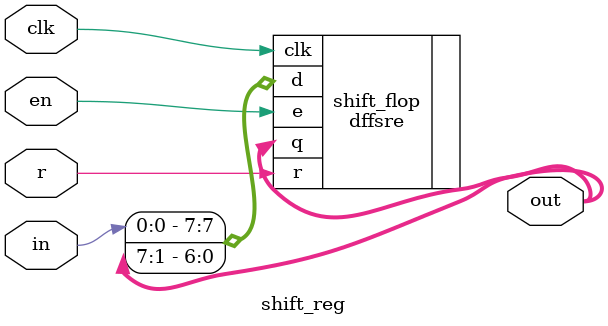
<source format=sv>
module shift_reg #(
	parameter WIDTH = 8
)
(
	input clk, en, r,
	input in,
	output [WIDTH-1:0] out
);

	dffsre #(WIDTH) shift_flop (
		.clk(clk),
		.e(en),
		.r(r),
		.d({in, out[WIDTH-1:1]}),
		.q(out)
	);

endmodule

</source>
